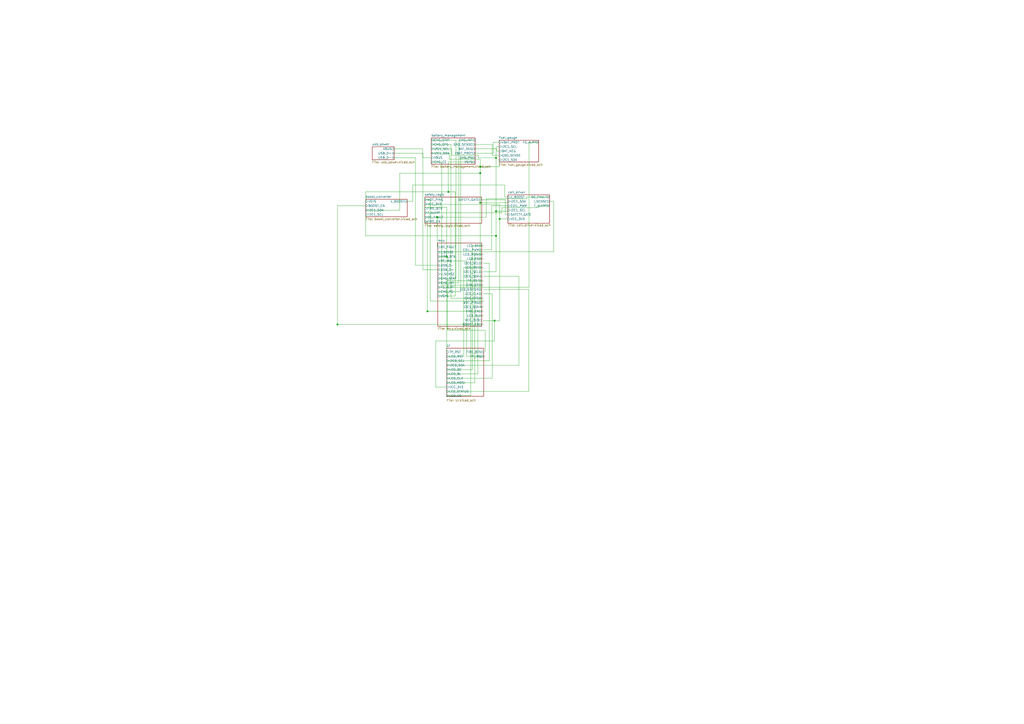
<source format=kicad_sch>
(kicad_sch
	(version 20250114)
	(generator "eeschema")
	(generator_version "9.0")
	(uuid "96bcf3cc-a3b8-4386-8709-07acaf7b6253")
	(paper "A2")
	(lib_symbols)
	(junction
		(at 278.5706 96.7009)
		(diameter 0)
		(color 0 0 0 0)
		(uuid "29061fac-b7a9-4e2f-8553-aa97642f6f54")
	)
	(junction
		(at 195.7902 188.214)
		(diameter 0)
		(color 0 0 0 0)
		(uuid "3110d26e-3064-4abb-8a1a-4b7fe86530aa")
	)
	(junction
		(at 278.5706 100.4379)
		(diameter 0)
		(color 0 0 0 0)
		(uuid "3141255b-8f91-4c60-9aa9-9865dc33485d")
	)
	(junction
		(at 247.9428 180.594)
		(diameter 0)
		(color 0 0 0 0)
		(uuid "50c6bc16-58aa-4ca6-915e-d73c0be08dc4")
	)
	(junction
		(at 278.5706 117.5941)
		(diameter 0)
		(color 0 0 0 0)
		(uuid "533b2d0a-af22-4ca0-a34c-1453396ed6f2")
	)
	(junction
		(at 287.7432 122.5202)
		(diameter 0)
		(color 0 0 0 0)
		(uuid "53508cda-d934-4dfa-8bf4-dc703fad0a29")
	)
	(junction
		(at 289.8413 127)
		(diameter 0)
		(color 0 0 0 0)
		(uuid "53df1068-314f-43d3-9808-7d893cfc9668")
	)
	(junction
		(at 287.7432 136.7888)
		(diameter 0)
		(color 0 0 0 0)
		(uuid "53eda414-667f-4b86-a849-5b5437bb0a56")
	)
	(junction
		(at 286.8602 185.9885)
		(diameter 0)
		(color 0 0 0 0)
		(uuid "6562a646-a7a2-47ec-97a5-f5e24451d661")
	)
	(junction
		(at 259.1487 148.844)
		(diameter 0)
		(color 0 0 0 0)
		(uuid "6a3bf529-a81e-4180-8f07-44c94dce482e")
	)
	(junction
		(at 260.0728 111.3171)
		(diameter 0)
		(color 0 0 0 0)
		(uuid "8d8dea01-262d-4282-9201-9a60b5582200")
	)
	(junction
		(at 287.7432 91.6049)
		(diameter 0)
		(color 0 0 0 0)
		(uuid "e85e2cb9-d443-49db-a43b-003dc4c1e676")
	)
	(junction
		(at 253.7191 125.984)
		(diameter 0)
		(color 0 0 0 0)
		(uuid "fd9269cc-da39-42d6-871a-e466cb67ecbc")
	)
	(wire
		(pts
			(xy 277.3815 91.6049) (xy 277.3815 90.0762)
		)
		(stroke
			(width 0)
			(type default)
		)
		(uuid "041dca0e-d6c6-4d79-bc1a-63e910c8e008")
	)
	(wire
		(pts
			(xy 280.416 167.894) (xy 306.7787 167.894)
		)
		(stroke
			(width 0)
			(type default)
		)
		(uuid "043c4571-c3bf-4136-a9f0-0a1cde4e7e8f")
	)
	(wire
		(pts
			(xy 281.432 204.216) (xy 281.432 191.5669)
		)
		(stroke
			(width 0)
			(type default)
		)
		(uuid "07a0c0aa-f8c3-4728-9eb7-88bd5d784d20")
	)
	(wire
		(pts
			(xy 259.08 221.996) (xy 275.4429 221.996)
		)
		(stroke
			(width 0)
			(type default)
		)
		(uuid "09124f78-d762-47fe-8705-b63d7724c57b")
	)
	(wire
		(pts
			(xy 212.09 121.92) (xy 231.858 121.92)
		)
		(stroke
			(width 0)
			(type default)
		)
		(uuid "094a38a8-bbb2-4bd1-af45-8fa57bce8b39")
	)
	(wire
		(pts
			(xy 287.7432 122.5202) (xy 287.7432 91.6049)
		)
		(stroke
			(width 0)
			(type default)
		)
		(uuid "09cc1ab5-74f3-416e-ae36-b9016e5905d5")
	)
	(wire
		(pts
			(xy 280.416 144.8949) (xy 280.416 145.034)
		)
		(stroke
			(width 0)
			(type default)
		)
		(uuid "0a1a5913-d3b8-4b5c-9bf1-2e8b86336a83")
	)
	(wire
		(pts
			(xy 247.9428 180.594) (xy 247.9428 180.7076)
		)
		(stroke
			(width 0)
			(type default)
		)
		(uuid "0a7fcac7-db00-455b-8375-078385db8284")
	)
	(wire
		(pts
			(xy 275.082 86.36) (xy 288.1949 86.36)
		)
		(stroke
			(width 0)
			(type default)
		)
		(uuid "0af3488f-dac2-4e95-9ba0-2121c490e9b8")
	)
	(wire
		(pts
			(xy 301.0459 211.836) (xy 259.08 211.836)
		)
		(stroke
			(width 0)
			(type default)
		)
		(uuid "0bc246d0-ca73-43b1-a85f-9653c3b196a0")
	)
	(wire
		(pts
			(xy 212.09 111.3171) (xy 212.09 116.84)
		)
		(stroke
			(width 0)
			(type default)
		)
		(uuid "0c202544-b834-46ff-9d23-160e0a9ca7f8")
	)
	(wire
		(pts
			(xy 256.2789 165.354) (xy 256.2789 93.98)
		)
		(stroke
			(width 0)
			(type default)
		)
		(uuid "10a8a5a4-060a-40ee-981b-e90246d90fbc")
	)
	(wire
		(pts
			(xy 260.565 88.9) (xy 250.19 88.9)
		)
		(stroke
			(width 0)
			(type default)
		)
		(uuid "10abd0ae-16e3-4521-8a33-8e6b6b3ae0bf")
	)
	(wire
		(pts
			(xy 285.1418 119.38) (xy 294.64 119.38)
		)
		(stroke
			(width 0)
			(type default)
		)
		(uuid "1361d71c-62b3-4a84-a660-b81a359bd8d9")
	)
	(wire
		(pts
			(xy 287.7432 91.6049) (xy 277.3815 91.6049)
		)
		(stroke
			(width 0)
			(type default)
		)
		(uuid "1b5d64f2-28f4-4031-bb1f-df443cd4e87c")
	)
	(wire
		(pts
			(xy 280.416 155.194) (xy 268.9516 155.194)
		)
		(stroke
			(width 0)
			(type default)
		)
		(uuid "1bedda4d-c671-435f-a5f1-dfa94f2cbb5d")
	)
	(wire
		(pts
			(xy 305.4741 114.3) (xy 305.4741 115.3206)
		)
		(stroke
			(width 0)
			(type default)
		)
		(uuid "1c89bfe5-4c47-4b66-9595-80d1d165f1ff")
	)
	(wire
		(pts
			(xy 294.64 117.5941) (xy 294.64 116.84)
		)
		(stroke
			(width 0)
			(type default)
		)
		(uuid "1d39e2b5-84d2-470b-ac45-4cf4e0d2802c")
	)
	(wire
		(pts
			(xy 280.416 180.594) (xy 247.9428 180.594)
		)
		(stroke
			(width 0)
			(type default)
		)
		(uuid "1f0bcc9b-314d-4cc3-8fac-7e805e585ab8")
	)
	(wire
		(pts
			(xy 321.1855 146.0502) (xy 254 146.0502)
		)
		(stroke
			(width 0)
			(type default)
		)
		(uuid "21c5feb1-17fb-425a-a48a-0e3622fc9fc8")
	)
	(wire
		(pts
			(xy 280.416 172.974) (xy 261.5947 172.974)
		)
		(stroke
			(width 0)
			(type default)
		)
		(uuid "24338430-31e5-4e48-9c8d-011c2846be07")
	)
	(wire
		(pts
			(xy 305.4741 115.3206) (xy 282.1381 115.3206)
		)
		(stroke
			(width 0)
			(type default)
		)
		(uuid "24aba399-5149-4de9-845c-8e1a92b17d42")
	)
	(wire
		(pts
			(xy 289.8413 127) (xy 289.8413 185.9885)
		)
		(stroke
			(width 0)
			(type default)
		)
		(uuid "25fe3eec-38d4-4b00-baa9-f41c1614db8c")
	)
	(wire
		(pts
			(xy 266.2245 164.084) (xy 254 164.084)
		)
		(stroke
			(width 0)
			(type default)
		)
		(uuid "26fc1498-a424-4eba-93ed-9d7c1a954e42")
	)
	(wire
		(pts
			(xy 261.5947 172.974) (xy 261.5947 83.82)
		)
		(stroke
			(width 0)
			(type default)
		)
		(uuid "2807af5d-8b44-4e77-bd74-0afa5dd4db05")
	)
	(wire
		(pts
			(xy 259.08 209.296) (xy 283.793 209.296)
		)
		(stroke
			(width 0)
			(type default)
		)
		(uuid "2817c462-c5f8-4337-90f2-2099beaaebbb")
	)
	(wire
		(pts
			(xy 278.5706 92.4543) (xy 260.565 92.4543)
		)
		(stroke
			(width 0)
			(type default)
		)
		(uuid "284259ae-f024-4dd3-9e50-aa4ccabab114")
	)
	(wire
		(pts
			(xy 259.08 229.616) (xy 273.1434 229.616)
		)
		(stroke
			(width 0)
			(type default)
		)
		(uuid "2dee3a59-db0d-4d1a-88e7-a1d735efe74c")
	)
	(wire
		(pts
			(xy 291.1491 123.444) (xy 246.38 123.444)
		)
		(stroke
			(width 0)
			(type default)
		)
		(uuid "2fd4982b-1761-4216-ab27-0d383d954f5f")
	)
	(wire
		(pts
			(xy 259.1487 148.844) (xy 259.1487 120.1726)
		)
		(stroke
			(width 0)
			(type default)
		)
		(uuid "30e86935-f708-4651-ace2-a7fbf355f546")
	)
	(wire
		(pts
			(xy 259.1487 120.1726) (xy 246.38 120.1726)
		)
		(stroke
			(width 0)
			(type default)
		)
		(uuid "34b9d4e1-d789-4d42-b74c-66bda271e502")
	)
	(wire
		(pts
			(xy 292.7357 114.3) (xy 294.64 114.3)
		)
		(stroke
			(width 0)
			(type default)
		)
		(uuid "359cd7d2-34e6-4c4a-9de2-90a313d6c8b1")
	)
	(wire
		(pts
			(xy 280.416 170.4055) (xy 280.416 170.434)
		)
		(stroke
			(width 0)
			(type default)
		)
		(uuid "35d44799-adb4-4db2-9c2a-b8e9cf6165a1")
	)
	(wire
		(pts
			(xy 264.1466 111.3171) (xy 264.1466 171.704)
		)
		(stroke
			(width 0)
			(type default)
		)
		(uuid "3a2b007f-7e26-486d-bba0-356a4a220ea1")
	)
	(wire
		(pts
			(xy 285.5667 90.17) (xy 289.56 90.17)
		)
		(stroke
			(width 0)
			(type default)
		)
		(uuid "3bec47e8-0326-4cc4-bccf-6a901837b644")
	)
	(wire
		(pts
			(xy 288.1949 87.63) (xy 289.56 87.63)
		)
		(stroke
			(width 0)
			(type default)
		)
		(uuid "3d81cae5-464e-403f-86fb-040f49978afd")
	)
	(wire
		(pts
			(xy 285.6164 170.4055) (xy 280.416 170.4055)
		)
		(stroke
			(width 0)
			(type default)
		)
		(uuid "3fb29cac-3f0b-4f5d-a9c3-7424e1a8d0f0")
	)
	(wire
		(pts
			(xy 287.7432 157.682) (xy 280.416 157.682)
		)
		(stroke
			(width 0)
			(type default)
		)
		(uuid "40a6a703-29ec-48c2-b3b8-c989ee5ec2b3")
	)
	(wire
		(pts
			(xy 239.4646 116.84) (xy 239.4646 107.3119)
		)
		(stroke
			(width 0)
			(type default)
		)
		(uuid "41d6d6c2-3bf1-4417-a1c4-1ab9ea4abcbf")
	)
	(wire
		(pts
			(xy 228.6 91.44) (xy 241.0182 91.44)
		)
		(stroke
			(width 0)
			(type default)
		)
		(uuid "42275307-1310-4a43-8b85-750860fb2b6b")
	)
	(wire
		(pts
			(xy 289.8413 118.6321) (xy 246.38 118.6321)
		)
		(stroke
			(width 0)
			(type default)
		)
		(uuid "42451963-f3e9-4b10-bece-c5c63e21e061")
	)
	(wire
		(pts
			(xy 280.416 185.674) (xy 280.416 185.9885)
		)
		(stroke
			(width 0)
			(type default)
		)
		(uuid "44c796eb-b770-4b51-aec3-27cdc7db3b46")
	)
	(wire
		(pts
			(xy 260.0728 111.3171) (xy 264.1466 111.3171)
		)
		(stroke
			(width 0)
			(type default)
		)
		(uuid "46fdb592-55e3-45ac-b7e4-49720f0b6c89")
	)
	(wire
		(pts
			(xy 195.7902 188.214) (xy 195.7902 188.5895)
		)
		(stroke
			(width 0)
			(type default)
		)
		(uuid "4a350083-ecb4-4c0c-9262-6675b85221bc")
	)
	(wire
		(pts
			(xy 212.09 136.7888) (xy 212.09 124.46)
		)
		(stroke
			(width 0)
			(type default)
		)
		(uuid "4a789b14-b99e-4f25-829b-c6e41cc9dca8")
	)
	(wire
		(pts
			(xy 264.5097 161.544) (xy 254 161.544)
		)
		(stroke
			(width 0)
			(type default)
		)
		(uuid "4ab9ab4f-3b67-402f-9439-b9076544e437")
	)
	(wire
		(pts
			(xy 280.416 152.654) (xy 283.793 152.654)
		)
		(stroke
			(width 0)
			(type default)
		)
		(uuid "4b4ba76a-022f-44b5-a4b9-884650ba480a")
	)
	(wire
		(pts
			(xy 287.7432 157.682) (xy 287.7432 136.7888)
		)
		(stroke
			(width 0)
			(type default)
		)
		(uuid "4e18f6d1-884f-435e-be61-8340450dc9c7")
	)
	(wire
		(pts
			(xy 280.416 185.9885) (xy 286.8602 185.9885)
		)
		(stroke
			(width 0)
			(type default)
		)
		(uuid "4e438904-fee0-49a5-ad68-a1643244fa56")
	)
	(wire
		(pts
			(xy 267.2533 169.164) (xy 254 169.164)
		)
		(stroke
			(width 0)
			(type default)
		)
		(uuid "4eecd475-57bd-4ca3-8585-be3794c9b989")
	)
	(wire
		(pts
			(xy 275.4429 147.574) (xy 280.416 147.574)
		)
		(stroke
			(width 0)
			(type default)
		)
		(uuid "4f801417-57ea-4891-94eb-5b7781157d02")
	)
	(wire
		(pts
			(xy 287.7432 91.6049) (xy 287.7432 85.09)
		)
		(stroke
			(width 0)
			(type default)
		)
		(uuid "522655b0-63a3-41e8-8dcc-48b7e7f3e1a7")
	)
	(wire
		(pts
			(xy 262.0938 90.0762) (xy 262.0938 86.36)
		)
		(stroke
			(width 0)
			(type default)
		)
		(uuid "53837371-81f9-4105-9d40-c6cd53fec7cf")
	)
	(wire
		(pts
			(xy 287.7432 136.7888) (xy 212.09 136.7888)
		)
		(stroke
			(width 0)
			(type default)
		)
		(uuid "539f4812-94e0-4f21-bac9-5cd20dbaa77c")
	)
	(wire
		(pts
			(xy 249.5107 174.6313) (xy 249.5107 115.824)
		)
		(stroke
			(width 0)
			(type default)
		)
		(uuid "53bf9e53-a8e2-4d33-b106-6b296b25bd00")
	)
	(wire
		(pts
			(xy 287.7432 122.5202) (xy 294.64 122.5202)
		)
		(stroke
			(width 0)
			(type default)
		)
		(uuid "546a4792-a3f9-4cc4-833f-8d835670b6e5")
	)
	(wire
		(pts
			(xy 280.416 162.814) (xy 259.08 162.814)
		)
		(stroke
			(width 0)
			(type default)
		)
		(uuid "546afabc-e708-4b00-8a21-cb6fa2709143")
	)
	(wire
		(pts
			(xy 289.8413 118.6321) (xy 289.8413 127)
		)
		(stroke
			(width 0)
			(type default)
		)
		(uuid "54cd9dcb-e3a5-4b1a-adb3-5585ae6aa738")
	)
	(wire
		(pts
			(xy 287.7432 136.7888) (xy 287.7432 122.5202)
		)
		(stroke
			(width 0)
			(type default)
		)
		(uuid "564cd7b9-32f5-4928-b6d9-223bdd2b77f1")
	)
	(wire
		(pts
			(xy 301.0459 160.3208) (xy 280.416 160.3208)
		)
		(stroke
			(width 0)
			(type default)
		)
		(uuid "56976193-cef6-4f19-91bd-cb8875310ffc")
	)
	(wire
		(pts
			(xy 250.19 81.28) (xy 264.5097 81.28)
		)
		(stroke
			(width 0)
			(type default)
		)
		(uuid "5c1ccf86-007a-4d2e-8871-cbea7b764e48")
	)
	(wire
		(pts
			(xy 212.09 111.3171) (xy 260.0728 111.3171)
		)
		(stroke
			(width 0)
			(type default)
		)
		(uuid "5c32f918-2f0f-4152-970d-01e2fd029aa3")
	)
	(wire
		(pts
			(xy 280.416 165.354) (xy 256.2789 165.354)
		)
		(stroke
			(width 0)
			(type default)
		)
		(uuid "5d2ec37e-cd79-417c-a5f8-c811d488c0b6")
	)
	(wire
		(pts
			(xy 275.082 83.82) (xy 285.5667 83.82)
		)
		(stroke
			(width 0)
			(type default)
		)
		(uuid "61935c37-f2dc-4121-885e-e321e1b13ad9")
	)
	(wire
		(pts
			(xy 278.5706 117.5941) (xy 294.64 117.5941)
		)
		(stroke
			(width 0)
			(type default)
		)
		(uuid "619b8773-f925-4537-9d60-8891faa82a98")
	)
	(wire
		(pts
			(xy 280.416 157.682) (xy 280.416 157.734)
		)
		(stroke
			(width 0)
			(type default)
		)
		(uuid "61e97c25-2f23-47ac-b22d-1597a0d028de")
	)
	(wire
		(pts
			(xy 246.38 118.6321) (xy 246.38 118.364)
		)
		(stroke
			(width 0)
			(type default)
		)
		(uuid "62efe9dd-1f37-4ccd-821b-112fa54ca181")
	)
	(wire
		(pts
			(xy 286.8602 185.9885) (xy 286.8602 197.7944)
		)
		(stroke
			(width 0)
			(type default)
		)
		(uuid "64494658-e769-4adc-801a-b5a3bb0ca0c6")
	)
	(wire
		(pts
			(xy 277.2365 183.134) (xy 277.2365 216.916)
		)
		(stroke
			(width 0)
			(type default)
		)
		(uuid "6469908d-8792-4e5a-902b-ec2af4315a3e")
	)
	(wire
		(pts
			(xy 321.1855 116.84) (xy 321.1855 146.0502)
		)
		(stroke
			(width 0)
			(type default)
		)
		(uuid "64852521-153e-42eb-948b-bf8aac3d7b35")
	)
	(wire
		(pts
			(xy 277.3815 90.0762) (xy 262.0938 90.0762)
		)
		(stroke
			(width 0)
			(type default)
		)
		(uuid "65a380de-3b55-4663-98de-15eeccfd9639")
	)
	(wire
		(pts
			(xy 253.7191 143.256) (xy 254 143.256)
		)
		(stroke
			(width 0)
			(type default)
		)
		(uuid "691d4ba4-c938-4e04-833d-e4851d698c73")
	)
	(wire
		(pts
			(xy 281.432 191.5669) (xy 259.6108 191.5669)
		)
		(stroke
			(width 0)
			(type default)
		)
		(uuid "69559b56-541b-4b65-b318-046f0340d3f8")
	)
	(wire
		(pts
			(xy 259.08 214.376) (xy 274.0057 214.376)
		)
		(stroke
			(width 0)
			(type default)
		)
		(uuid "6a09db02-fbb9-4d8c-921b-b44463d79da9")
	)
	(wire
		(pts
			(xy 282.1381 115.3206) (xy 282.1381 125.984)
		)
		(stroke
			(width 0)
			(type default)
		)
		(uuid "6cc8a5b9-3353-452a-9a56-0f3c0d3cfbda")
	)
	(wire
		(pts
			(xy 262.0938 86.36) (xy 250.19 86.36)
		)
		(stroke
			(width 0)
			(type default)
		)
		(uuid "6fe9d149-e13b-4d35-9968-5abdf7149a92")
	)
	(wire
		(pts
			(xy 275.4429 221.996) (xy 275.4429 147.574)
		)
		(stroke
			(width 0)
			(type default)
		)
		(uuid "7207265d-1a13-446d-935e-1330c3fa4f4d")
	)
	(wire
		(pts
			(xy 286.8602 185.9885) (xy 289.8413 185.9885)
		)
		(stroke
			(width 0)
			(type default)
		)
		(uuid "722c940d-5c53-4c5c-9ced-ae1df99e8b27")
	)
	(wire
		(pts
			(xy 236.22 116.84) (xy 239.4646 116.84)
		)
		(stroke
			(width 0)
			(type default)
		)
		(uuid "7669cbb5-bc4f-4da5-8cc4-38513b189ea0")
	)
	(wire
		(pts
			(xy 282.1381 125.984) (xy 253.7191 125.984)
		)
		(stroke
			(width 0)
			(type default)
		)
		(uuid "80119b94-e3da-4453-9c53-c475cf859a02")
	)
	(wire
		(pts
			(xy 318.516 114.3) (xy 305.4741 114.3)
		)
		(stroke
			(width 0)
			(type default)
		)
		(uuid "80d705ac-d831-47f9-95c2-3910f6fc2e47")
	)
	(wire
		(pts
			(xy 280.416 178.054) (xy 278.5706 178.054)
		)
		(stroke
			(width 0)
			(type default)
		)
		(uuid "81b8e855-2caf-49d3-be70-4980db20e3dd")
	)
	(wire
		(pts
			(xy 289.56 96.7009) (xy 289.56 92.71)
		)
		(stroke
			(width 0)
			(type default)
		)
		(uuid "83b65c03-a104-4447-8d91-e89d1923eb69")
	)
	(wire
		(pts
			(xy 312.166 82.55) (xy 306.8642 82.55)
		)
		(stroke
			(width 0)
			(type default)
		)
		(uuid "844f1a44-76d4-4ce1-965a-6b16ca52fb1a")
	)
	(wire
		(pts
			(xy 195.7902 119.38) (xy 195.7902 188.214)
		)
		(stroke
			(width 0)
			(type default)
		)
		(uuid "859ae5bd-ae65-456d-a0c4-c55e83cccd7d")
	)
	(wire
		(pts
			(xy 280.416 160.274) (xy 280.416 160.3208)
		)
		(stroke
			(width 0)
			(type default)
		)
		(uuid "895369db-1fa0-456a-8ba9-64a252c51988")
	)
	(wire
		(pts
			(xy 245.11 86.36) (xy 245.11 91.44)
		)
		(stroke
			(width 0)
			(type default)
		)
		(uuid "897f3922-8a69-459a-b3dc-287964080d0c")
	)
	(wire
		(pts
			(xy 306.7787 167.894) (xy 306.7787 227.076)
		)
		(stroke
			(width 0)
			(type default)
		)
		(uuid "8a5bfb49-bab4-40ea-8de9-bfe6d7fca881")
	)
	(wire
		(pts
			(xy 259.1487 148.844) (xy 254 148.844)
		)
		(stroke
			(width 0)
			(type default)
		)
		(uuid "8e1c1fc7-d1ab-4a09-8f51-52bbc205fff2")
	)
	(wire
		(pts
			(xy 241.0182 91.44) (xy 241.0182 153.924)
		)
		(stroke
			(width 0)
			(type default)
		)
		(uuid "8e72dae6-079f-47fc-a97b-7bbffbd3267e")
	)
	(wire
		(pts
			(xy 228.6 88.9) (xy 245.3547 88.9)
		)
		(stroke
			(width 0)
			(type default)
		)
		(uuid "925a6ed8-f1bb-43e7-b024-c94fe4b7cd29")
	)
	(wire
		(pts
			(xy 280.416 183.134) (xy 277.2365 183.134)
		)
		(stroke
			(width 0)
			(type default)
		)
		(uuid "940592a2-4564-4922-9770-6456b3879dea")
	)
	(wire
		(pts
			(xy 273.1434 229.616) (xy 273.1434 150.114)
		)
		(stroke
			(width 0)
			(type default)
		)
		(uuid "9906f78f-ead5-4740-a5cb-02a50555b32f")
	)
	(wire
		(pts
			(xy 275.082 81.28) (xy 266.2245 81.28)
		)
		(stroke
			(width 0)
			(type default)
		)
		(uuid "99cc4c74-a25f-48e4-9339-028eb34c1e1a")
	)
	(wire
		(pts
			(xy 292.7357 107.3119) (xy 292.7357 114.3)
		)
		(stroke
			(width 0)
			(type default)
		)
		(uuid "9cb35fd9-cf2c-420a-9be1-9ff63f7f348a")
	)
	(wire
		(pts
			(xy 267.2533 91.44) (xy 267.2533 169.164)
		)
		(stroke
			(width 0)
			(type default)
		)
		(uuid "9d65a911-2e2d-4ca5-a3fa-7f8c749ad322")
	)
	(wire
		(pts
			(xy 245.11 91.44) (xy 250.19 91.44)
		)
		(stroke
			(width 0)
			(type default)
		)
		(uuid "9db9b166-df29-40f9-82d2-9b9c6f149e96")
	)
	(wire
		(pts
			(xy 264.5097 81.28) (xy 264.5097 161.544)
		)
		(stroke
			(width 0)
			(type default)
		)
		(uuid "9dc1d736-fc23-4dc8-9b84-765cfbdaf13e")
	)
	(wire
		(pts
			(xy 261.5947 83.82) (xy 250.19 83.82)
		)
		(stroke
			(width 0)
			(type default)
		)
		(uuid "9fc2afe4-613b-4351-810e-ca42c909035b")
	)
	(wire
		(pts
			(xy 252.7824 224.536) (xy 259.08 224.536)
		)
		(stroke
			(width 0)
			(type default)
		)
		(uuid "a072b4a4-cb12-457f-be52-11ddda01ed02")
	)
	(wire
		(pts
			(xy 285.6164 170.4055) (xy 285.6164 219.456)
		)
		(stroke
			(width 0)
			(type default)
		)
		(uuid "a48a00c7-e8c5-4015-8a02-5367d73ffb5e")
	)
	(wire
		(pts
			(xy 241.0182 153.924) (xy 254 153.924)
		)
		(stroke
			(width 0)
			(type default)
		)
		(uuid "a4d4d3ca-926d-4314-a27a-0edb80a4e716")
	)
	(wire
		(pts
			(xy 249.5107 115.824) (xy 246.38 115.824)
		)
		(stroke
			(width 0)
			(type default)
		)
		(uuid "a60e569a-5ce1-45c7-8330-f09763473659")
	)
	(wire
		(pts
			(xy 264.1466 171.704) (xy 254 171.704)
		)
		(stroke
			(width 0)
			(type default)
		)
		(uuid "a64f28d0-7286-49bf-b2ae-435aed58f604")
	)
	(wire
		(pts
			(xy 254 146.0502) (xy 254 146.304)
		)
		(stroke
			(width 0)
			(type default)
		)
		(uuid "a85269fb-7480-4762-ac15-fa9375ec8e03")
	)
	(wire
		(pts
			(xy 279.4 115.824) (xy 293.113 115.824)
		)
		(stroke
			(width 0)
			(type default)
		)
		(uuid "aa85d3fe-31da-4546-9f46-ecd1c3eafde1")
	)
	(wire
		(pts
			(xy 293.113 124.46) (xy 294.64 124.46)
		)
		(stroke
			(width 0)
			(type default)
		)
		(uuid "ac4131ce-aa21-471b-8f1e-68e1ea97d1fd")
	)
	(wire
		(pts
			(xy 259.6108 191.5669) (xy 259.6108 148.844)
		)
		(stroke
			(width 0)
			(type default)
		)
		(uuid "ad7f7a33-3417-4a51-b54a-0a844c1936a7")
	)
	(wire
		(pts
			(xy 259.6108 148.844) (xy 259.1487 148.844)
		)
		(stroke
			(width 0)
			(type default)
		)
		(uuid "ae7eb53d-c2d7-41e4-9d51-5395c496e12e")
	)
	(wire
		(pts
			(xy 278.5706 100.4379) (xy 278.5706 96.7009)
		)
		(stroke
			(width 0)
			(type default)
		)
		(uuid "ae9d8377-2ee2-489e-b81c-eb5a7c42b340")
	)
	(wire
		(pts
			(xy 286.8602 197.7944) (xy 252.7824 197.7944)
		)
		(stroke
			(width 0)
			(type default)
		)
		(uuid "aeb1917c-b115-4685-9a57-078726a1a0ad")
	)
	(wire
		(pts
			(xy 278.5706 117.5941) (xy 278.5706 100.4379)
		)
		(stroke
			(width 0)
			(type default)
		)
		(uuid "b11de7d6-3eea-4e28-9faa-5e4dcfd11d8d")
	)
	(wire
		(pts
			(xy 301.0459 160.3208) (xy 301.0459 211.836)
		)
		(stroke
			(width 0)
			(type default)
		)
		(uuid "b1206021-3318-47c8-8ba3-361881fb053e")
	)
	(wire
		(pts
			(xy 285.5667 83.82) (xy 285.5667 90.17)
		)
		(stroke
			(width 0)
			(type default)
		)
		(uuid "b1805319-c10c-4a71-91d2-381af949ee42")
	)
	(wire
		(pts
			(xy 285.1418 144.8949) (xy 280.416 144.8949)
		)
		(stroke
			(width 0)
			(type default)
		)
		(uuid "b1d89974-a260-4756-99f4-899ab655d12d")
	)
	(wire
		(pts
			(xy 274.0057 142.494) (xy 280.416 142.494)
		)
		(stroke
			(width 0)
			(type default)
		)
		(uuid "b338af00-91a4-4f95-8dd8-790e7247efab")
	)
	(wire
		(pts
			(xy 253.7191 125.984) (xy 253.7191 143.256)
		)
		(stroke
			(width 0)
			(type default)
		)
		(uuid "b7953756-d1e4-46c9-ba74-cef21df57138")
	)
	(wire
		(pts
			(xy 318.516 119.38) (xy 312.5212 119.38)
		)
		(stroke
			(width 0)
			(type default)
		)
		(uuid "b874cf34-0e82-43c1-b4d2-baaa03bbbd0b")
	)
	(wire
		(pts
			(xy 286.0923 82.55) (xy 289.56 82.55)
		)
		(stroke
			(width 0)
			(type default)
		)
		(uuid "b8e605ad-6172-4d28-9a4a-30f125a68f7e")
	)
	(wire
		(pts
			(xy 318.516 116.84) (xy 321.1855 116.84)
		)
		(stroke
			(width 0)
			(type default)
		)
		(uuid "ba7d0374-b2d7-4e1e-b9ee-d18d474947ac")
	)
	(wire
		(pts
			(xy 280.416 175.514) (xy 280.416 174.6313)
		)
		(stroke
			(width 0)
			(type default)
		)
		(uuid "bc2d6ff9-7197-4107-91a0-f0c2ab35c480")
	)
	(wire
		(pts
			(xy 228.6 86.36) (xy 245.11 86.36)
		)
		(stroke
			(width 0)
			(type default)
		)
		(uuid "bc70d6ca-b791-4018-82c5-a10d42f2790d")
	)
	(wire
		(pts
			(xy 247.9428 128.524) (xy 246.38 128.524)
		)
		(stroke
			(width 0)
			(type default)
		)
		(uuid "bc73fbf4-f513-44f0-a99a-2e73e22f135c")
	)
	(wire
		(pts
			(xy 294.64 122.5202) (xy 294.64 121.92)
		)
		(stroke
			(width 0)
			(type default)
		)
		(uuid "bdcf9934-9658-45e5-abd7-a7cb0ee80266")
	)
	(wire
		(pts
			(xy 280.416 174.6313) (xy 249.5107 174.6313)
		)
		(stroke
			(width 0)
			(type default)
		)
		(uuid "be2f0da1-be05-4c24-8a56-b612cdd3b66f")
	)
	(wire
		(pts
			(xy 294.64 127) (xy 289.8413 127)
		)
		(stroke
			(width 0)
			(type default)
		)
		(uuid "be8fb449-a8f6-4fa4-9e54-9894357e7600")
	)
	(wire
		(pts
			(xy 231.858 121.92) (xy 231.858 100.4379)
		)
		(stroke
			(width 0)
			(type default)
		)
		(uuid "bf15dcba-bdc8-4767-9903-1a1e188809ef")
	)
	(wire
		(pts
			(xy 268.9516 206.756) (xy 259.08 206.756)
		)
		(stroke
			(width 0)
			(type default)
		)
		(uuid "c06b4510-756f-409c-98aa-74bc25b27035")
	)
	(wire
		(pts
			(xy 245.3547 156.464) (xy 254 156.464)
		)
		(stroke
			(width 0)
			(type default)
		)
		(uuid "c19f02f9-ded5-4538-ace9-4a444c0fb38f")
	)
	(wire
		(pts
			(xy 277.2365 216.916) (xy 259.08 216.916)
		)
		(stroke
			(width 0)
			(type default)
		)
		(uuid "c3b152f8-9e0d-4bc7-a32b-e42a4694b2f1")
	)
	(wire
		(pts
			(xy 312.5212 120.4037) (xy 291.1491 120.4037)
		)
		(stroke
			(width 0)
			(type default)
		)
		(uuid "c68540fa-87e8-415d-8634-2fbf39764af8")
	)
	(wire
		(pts
			(xy 252.7824 197.7944) (xy 252.7824 224.536)
		)
		(stroke
			(width 0)
			(type default)
		)
		(uuid "c8f88b41-676f-4d21-8b19-c5e9e9f6e423")
	)
	(wire
		(pts
			(xy 306.8642 166.624) (xy 254 166.624)
		)
		(stroke
			(width 0)
			(type default)
		)
		(uuid "c9dfea71-48e8-4f8f-9604-571b8a3a41cc")
	)
	(wire
		(pts
			(xy 260.0728 93.98) (xy 260.0728 111.3171)
		)
		(stroke
			(width 0)
			(type default)
		)
		(uuid "cbaf7385-b38e-4ffc-84cc-1a0ccb4e7159")
	)
	(wire
		(pts
			(xy 275.082 91.44) (xy 267.2533 91.44)
		)
		(stroke
			(width 0)
			(type default)
		)
		(uuid "cdd064c0-23e6-4806-b25f-a127086f8df6")
	)
	(wire
		(pts
			(xy 254 151.384) (xy 270.6479 151.384)
		)
		(stroke
			(width 0)
			(type default)
		)
		(uuid "d2431960-5591-4724-bb81-595fc9afd1c5")
	)
	(wire
		(pts
			(xy 253.7191 125.984) (xy 246.38 125.984)
		)
		(stroke
			(width 0)
			(type default)
		)
		(uuid "d60d596d-955b-4f77-a53a-5a91dd06831f")
	)
	(wire
		(pts
			(xy 312.5212 119.38) (xy 312.5212 120.4037)
		)
		(stroke
			(width 0)
			(type default)
		)
		(uuid "d703dc00-423b-41e5-b8db-12f40b065786")
	)
	(wire
		(pts
			(xy 231.858 100.4379) (xy 278.5706 100.4379)
		)
		(stroke
			(width 0)
			(type default)
		)
		(uuid "d734d502-b532-4921-890d-444c18724455")
	)
	(wire
		(pts
			(xy 291.1491 120.4037) (xy 291.1491 123.444)
		)
		(stroke
			(width 0)
			(type default)
		)
		(uuid "d7c923b1-214f-4c69-b62e-5b03c0c8c9cd")
	)
	(wire
		(pts
			(xy 256.2789 93.98) (xy 250.19 93.98)
		)
		(stroke
			(width 0)
			(type default)
		)
		(uuid "da2776b5-ba60-49c4-96c5-0e00f6454f27")
	)
	(wire
		(pts
			(xy 259.08 162.814) (xy 259.08 204.216)
		)
		(stroke
			(width 0)
			(type default)
		)
		(uuid "db2d096c-14cc-4bba-8e7b-757ec593aba1")
	)
	(wire
		(pts
			(xy 260.565 92.4543) (xy 260.565 88.9)
		)
		(stroke
			(width 0)
			(type default)
		)
		(uuid "dc8980a0-a4ae-48e3-bf5f-e78b6a52580c")
	)
	(wire
		(pts
			(xy 287.7432 85.09) (xy 289.56 85.09)
		)
		(stroke
			(width 0)
			(type default)
		)
		(uuid "df4ed15c-b365-47d1-a424-cd4572df86e8")
	)
	(wire
		(pts
			(xy 283.793 209.296) (xy 283.793 152.654)
		)
		(stroke
			(width 0)
			(type default)
		)
		(uuid "e06481d9-f15d-4f84-a289-0e1bafd555c2")
	)
	(wire
		(pts
			(xy 286.0923 88.9) (xy 286.0923 82.55)
		)
		(stroke
			(width 0)
			(type default)
		)
		(uuid "e205aa37-f5b6-45d6-94d1-8d54a340a2d9")
	)
	(wire
		(pts
			(xy 245.3547 88.9) (xy 245.3547 156.464)
		)
		(stroke
			(width 0)
			(type default)
		)
		(uuid "e43e4255-2450-4c7a-b908-571a50a47686")
	)
	(wire
		(pts
			(xy 280.416 188.214) (xy 195.7902 188.214)
		)
		(stroke
			(width 0)
			(type default)
		)
		(uuid "e5f2dac1-a0e6-499e-a7f0-3ddeb9fff1d6")
	)
	(wire
		(pts
			(xy 266.2245 81.28) (xy 266.2245 164.084)
		)
		(stroke
			(width 0)
			(type default)
		)
		(uuid "eae55ed2-ddff-4dd9-86f1-411c3ade1089")
	)
	(wire
		(pts
			(xy 270.6479 206.756) (xy 281.432 206.756)
		)
		(stroke
			(width 0)
			(type default)
		)
		(uuid "ed44b3c2-e9f3-48f8-9096-dddfbbe91814")
	)
	(wire
		(pts
			(xy 273.1434 150.114) (xy 280.416 150.114)
		)
		(stroke
			(width 0)
			(type default)
		)
		(uuid "edcb6310-c3f6-4604-a728-c90ff67f6e0b")
	)
	(wire
		(pts
			(xy 278.5706 96.7009) (xy 289.56 96.7009)
		)
		(stroke
			(width 0)
			(type default)
		)
		(uuid "f0b0b7ae-4860-4e85-8f66-133567a18247")
	)
	(wire
		(pts
			(xy 239.4646 107.3119) (xy 292.7357 107.3119)
		)
		(stroke
			(width 0)
			(type default)
		)
		(uuid "f0cd492e-c634-46f4-84ff-bf5b47b000af")
	)
	(wire
		(pts
			(xy 247.9428 128.524) (xy 247.9428 180.594)
		)
		(stroke
			(width 0)
			(type default)
		)
		(uuid "f13ee8b9-6209-4c5d-b19a-e8a8db25433d")
	)
	(wire
		(pts
			(xy 274.0057 214.376) (xy 274.0057 142.494)
		)
		(stroke
			(width 0)
			(type default)
		)
		(uuid "f1b5a4ea-d228-4da2-a40a-f70c455393e4")
	)
	(wire
		(pts
			(xy 268.9516 155.194) (xy 268.9516 206.756)
		)
		(stroke
			(width 0)
			(type default)
		)
		(uuid "f1fb927d-b429-4d3e-8842-2634c5882a52")
	)
	(wire
		(pts
			(xy 285.6164 219.456) (xy 259.08 219.456)
		)
		(stroke
			(width 0)
			(type default)
		)
		(uuid "f2c6041f-bec9-47fc-8280-7dab9f535183")
	)
	(wire
		(pts
			(xy 278.5706 96.7009) (xy 278.5706 92.4543)
		)
		(stroke
			(width 0)
			(type default)
		)
		(uuid "f60595c4-7bc0-4ee5-84db-f5e42345613f")
	)
	(wire
		(pts
			(xy 278.5706 178.054) (xy 278.5706 117.5941)
		)
		(stroke
			(width 0)
			(type default)
		)
		(uuid "f7993192-edc3-4940-9814-ee087d41c045")
	)
	(wire
		(pts
			(xy 306.7787 227.076) (xy 259.08 227.076)
		)
		(stroke
			(width 0)
			(type default)
		)
		(uuid "f799cf0d-e501-47d7-8c92-477f2cac0ab7")
	)
	(wire
		(pts
			(xy 270.6479 151.384) (xy 270.6479 206.756)
		)
		(stroke
			(width 0)
			(type default)
		)
		(uuid "f844d274-afa2-4efd-a341-bbe417b5d941")
	)
	(wire
		(pts
			(xy 246.38 120.1726) (xy 246.38 120.904)
		)
		(stroke
			(width 0)
			(type default)
		)
		(uuid "f9dbdc6d-f5f5-4607-a300-3245d5463c8d")
	)
	(wire
		(pts
			(xy 293.113 115.824) (xy 293.113 124.46)
		)
		(stroke
			(width 0)
			(type default)
		)
		(uuid "fa4d48e9-7d91-47a7-aca2-87b2f384bad0")
	)
	(wire
		(pts
			(xy 306.8642 82.55) (xy 306.8642 166.624)
		)
		(stroke
			(width 0)
			(type default)
		)
		(uuid "fae70c5c-5d0c-4def-8da6-31f73428a53f")
	)
	(wire
		(pts
			(xy 285.1418 144.8949) (xy 285.1418 119.38)
		)
		(stroke
			(width 0)
			(type default)
		)
		(uuid "fbb5c5d1-faaa-4676-b640-54707e204f21")
	)
	(wire
		(pts
			(xy 195.7902 119.38) (xy 212.09 119.38)
		)
		(stroke
			(width 0)
			(type default)
		)
		(uuid "fc4780d0-2a53-4fb8-8d86-f60dcbc06e9a")
	)
	(wire
		(pts
			(xy 288.1949 86.36) (xy 288.1949 87.63)
		)
		(stroke
			(width 0)
			(type default)
		)
		(uuid "fe900508-36cb-4429-9afe-0048335bb347")
	)
	(wire
		(pts
			(xy 275.082 93.98) (xy 260.0728 93.98)
		)
		(stroke
			(width 0)
			(type default)
		)
		(uuid "feeebd0c-0e9a-4ca9-81d6-d9e763867f6f")
	)
	(wire
		(pts
			(xy 275.082 88.9) (xy 286.0923 88.9)
		)
		(stroke
			(width 0)
			(type default)
		)
		(uuid "ff1e67b7-36cb-4fa4-887e-dff5c773d157")
	)
	(sheet
		(at 254 140.97)
		(size 25.4 48.26)
		(exclude_from_sim no)
		(in_bom yes)
		(on_board yes)
		(dnp no)
		(fields_autoplaced yes)
		(stroke
			(width 0.1524)
			(type solid)
		)
		(fill
			(color 0 0 0 0.0000)
		)
		(uuid "08b7f495-5348-4df7-a573-a1643fa832c9")
		(property "Sheetname" "mcu"
			(at 254 140.2584 0)
			(effects
				(font
					(size 1.27 1.27)
				)
				(justify left bottom)
			)
		)
		(property "Sheetfile" "mcu.kicad_sch"
			(at 254 189.8146 0)
			(effects
				(font
					(size 1.27 1.27)
				)
				(justify left top)
			)
		)
		(pin "LCD_DC" output
			(at 280.416 142.494 0)
			(uuid "1a5dca78-bf15-433d-aa13-ead89ea77726")
			(effects
				(font
					(size 1.27 1.27)
				)
				(justify right)
			)
		)
		(pin "OC_FAULT" input
			(at 254 143.256 180)
			(uuid "03c65d3c-544b-4d58-ac46-21cc08d343bc")
			(effects
				(font
					(size 1.27 1.27)
				)
				(justify left)
			)
		)
		(pin "COIL_PWM" output
			(at 280.416 145.034 0)
			(uuid "92a0fa0d-b3b2-4623-8586-997ae9b57f9a")
			(effects
				(font
					(size 1.27 1.27)
				)
				(justify right)
			)
		)
		(pin "I_SENSE" input
			(at 254 146.304 180)
			(uuid "b086d906-715a-45c2-a7e5-e70a9ea1e7fb")
			(effects
				(font
					(size 1.27 1.27)
				)
				(justify left)
			)
		)
		(pin "FIRE_BTN" input
			(at 254 148.844 180)
			(uuid "7a84278f-933b-4431-aa4f-214f0fbabbed")
			(effects
				(font
					(size 1.27 1.27)
				)
				(justify left)
			)
		)
		(pin "LCD_MOSI" output
			(at 280.416 147.574 0)
			(uuid "2ee0a352-bd61-44ae-8e18-bd61a3789792")
			(effects
				(font
					(size 1.27 1.27)
				)
				(justify right)
			)
		)
		(pin "LCD_CS" output
			(at 280.416 150.114 0)
			(uuid "3d2ca3bd-5105-436b-b564-38a7dae92b68")
			(effects
				(font
					(size 1.27 1.27)
				)
				(justify right)
			)
		)
		(pin "TP_IRQ" input
			(at 254 151.384 180)
			(uuid "e0d18b3a-dcc6-458c-9332-355a66663fdc")
			(effects
				(font
					(size 1.27 1.27)
				)
				(justify left)
			)
		)
		(pin "I2C0_SCL" output
			(at 280.416 152.654 0)
			(uuid "c368c4e7-ebf0-49dd-a5c1-703d5fe56ac4")
			(effects
				(font
					(size 1.27 1.27)
				)
				(justify right)
			)
		)
		(pin "LCD_RST" output
			(at 280.416 155.194 0)
			(uuid "81950081-e3b3-4841-8f8e-c179c955781a")
			(effects
				(font
					(size 1.27 1.27)
				)
				(justify right)
			)
		)
		(pin "USB_D-" bidirectional
			(at 254 153.924 180)
			(uuid "8aa98cfb-143c-493b-9458-24e646870eb5")
			(effects
				(font
					(size 1.27 1.27)
				)
				(justify left)
			)
		)
		(pin "USB_D+" bidirectional
			(at 254 156.464 180)
			(uuid "fb531155-76d7-464d-8b08-614f99a230f3")
			(effects
				(font
					(size 1.27 1.27)
				)
				(justify left)
			)
		)
		(pin "I2C1_SCL" output
			(at 280.416 157.734 0)
			(uuid "7050efc8-0125-4273-8303-63dbafe3100d")
			(effects
				(font
					(size 1.27 1.27)
				)
				(justify right)
			)
		)
		(pin "I2C0_SDA" bidirectional
			(at 280.416 160.274 0)
			(uuid "06683797-98a9-4307-b6f6-0ed94aa40b8f")
			(effects
				(font
					(size 1.27 1.27)
				)
				(justify right)
			)
		)
		(pin "TP_RST" output
			(at 280.416 162.814 0)
			(uuid "509ac1db-6af7-4c8c-85df-3a1c884d4648")
			(effects
				(font
					(size 1.27 1.27)
				)
				(justify right)
			)
		)
		(pin "CHG_CE" output
			(at 280.416 165.354 0)
			(uuid "73edb645-7ec9-4363-b5f8-3bd926329d28")
			(effects
				(font
					(size 1.27 1.27)
				)
				(justify right)
			)
		)
		(pin "LED_STATUS" output
			(at 280.416 167.894 0)
			(uuid "6069832f-067c-43f9-b07b-cd46bb7fae60")
			(effects
				(font
					(size 1.27 1.27)
				)
				(justify right)
			)
		)
		(pin "V_SENSE" input
			(at 254 159.004 180)
			(uuid "23ad2f45-c9c4-4188-bd23-6e4e64ffffc0")
			(effects
				(font
					(size 1.27 1.27)
				)
				(justify left)
			)
		)
		(pin "CHG_STAT" input
			(at 254 161.544 180)
			(uuid "e3b412d1-aef7-4efa-b013-3da84698ba16")
			(effects
				(font
					(size 1.27 1.27)
				)
				(justify left)
			)
		)
		(pin "LCD_CLK" output
			(at 280.416 170.434 0)
			(uuid "bd1ced38-705e-4748-8e0c-02779c999d90")
			(effects
				(font
					(size 1.27 1.27)
				)
				(justify right)
			)
		)
		(pin "CHG_OTG" output
			(at 280.416 172.974 0)
			(uuid "ca0648a4-481e-4c24-87d6-9bd18cc90cae")
			(effects
				(font
					(size 1.27 1.27)
				)
				(justify right)
			)
		)
		(pin "WDT_PING" output
			(at 280.416 175.514 0)
			(uuid "b2e4913c-1f34-4772-b105-6dde4e514061")
			(effects
				(font
					(size 1.27 1.27)
				)
				(justify right)
			)
		)
		(pin "I2C1_SDA" bidirectional
			(at 280.416 178.054 0)
			(uuid "9b4f7e52-e42c-4938-9e04-3fee45b0adce")
			(effects
				(font
					(size 1.27 1.27)
				)
				(justify right)
			)
		)
		(pin "CHG_INT" input
			(at 254 164.084 180)
			(uuid "0827f04c-beb7-47ad-9529-e55dfb79d95f")
			(effects
				(font
					(size 1.27 1.27)
				)
				(justify left)
			)
		)
		(pin "FIRE_EN" output
			(at 280.416 180.594 0)
			(uuid "9de8886e-8e07-41b4-9343-fe85a4638924")
			(effects
				(font
					(size 1.27 1.27)
				)
				(justify right)
			)
		)
		(pin "LCD_BL" output
			(at 280.416 183.134 0)
			(uuid "3ed385b8-f86c-406b-8cca-747bf7ad662d")
			(effects
				(font
					(size 1.27 1.27)
				)
				(justify right)
			)
		)
		(pin "VCC_3V3" output
			(at 280.416 185.674 0)
			(uuid "eece6dc3-2299-464c-8fb8-4a228567054a")
			(effects
				(font
					(size 1.27 1.27)
				)
				(justify right)
			)
		)
		(pin "FG_ALRT" input
			(at 254 166.624 180)
			(uuid "31bcb318-d0c1-4c8a-9562-5c47ea459a9c")
			(effects
				(font
					(size 1.27 1.27)
				)
				(justify left)
			)
		)
		(pin "CHG_PG" input
			(at 254 169.164 180)
			(uuid "f53c847f-fa46-414f-bce6-daa001d2a213")
			(effects
				(font
					(size 1.27 1.27)
				)
				(justify left)
			)
		)
		(pin "BOOST_EN" output
			(at 280.416 188.214 0)
			(uuid "213ee030-21ea-4b5c-b8f9-865b277efcae")
			(effects
				(font
					(size 1.27 1.27)
				)
				(justify right)
			)
		)
		(pin "VSYS" input
			(at 254 171.704 180)
			(uuid "fae874a6-1687-4a99-b75b-a221cf6ecbd3")
			(effects
				(font
					(size 1.27 1.27)
				)
				(justify left)
			)
		)
		(instances
			(project "Vape2.0"
				(path "/96bcf3cc-a3b8-4386-8709-07acaf7b6253"
					(page "8")
				)
			)
		)
	)
	(sheet
		(at 294.64 113.03)
		(size 24.13 16.51)
		(exclude_from_sim no)
		(in_bom yes)
		(on_board yes)
		(dnp no)
		(fields_autoplaced yes)
		(stroke
			(width 0.1524)
			(type solid)
		)
		(fill
			(color 0 0 0 0.0000)
		)
		(uuid "553700f1-75c4-49dd-b240-b79fee22db17")
		(property "Sheetname" "coil_driver"
			(at 294.64 112.3184 0)
			(effects
				(font
					(size 1.27 1.27)
				)
				(justify left bottom)
			)
		)
		(property "Sheetfile" "coil_driver.kicad_sch"
			(at 294.64 129.8706 0)
			(effects
				(font
					(size 1.27 1.27)
				)
				(justify left top)
			)
		)
		(pin "V_BOOST" input
			(at 294.64 114.3 180)
			(uuid "188cc2bf-dbcd-4484-93ee-fe272d64ee3b")
			(effects
				(font
					(size 1.27 1.27)
				)
				(justify left)
			)
		)
		(pin "I2C1_SDA" bidirectional
			(at 294.64 116.84 180)
			(uuid "2b58f504-688e-4b75-a24a-058f37f1da2f")
			(effects
				(font
					(size 1.27 1.27)
				)
				(justify left)
			)
		)
		(pin "COIL_PWM" input
			(at 294.64 119.38 180)
			(uuid "a5da4ca4-d183-403a-be74-213707020d21")
			(effects
				(font
					(size 1.27 1.27)
				)
				(justify left)
			)
		)
		(pin "OC_FAULT" output
			(at 318.516 114.3 0)
			(uuid "ffbb3be3-ec42-4f8f-8eb4-be8bcbc20284")
			(effects
				(font
					(size 1.27 1.27)
				)
				(justify right)
			)
		)
		(pin "I2C1_SCL" input
			(at 294.64 121.92 180)
			(uuid "a21c5ab3-b029-4e40-8f08-758f2169b20e")
			(effects
				(font
					(size 1.27 1.27)
				)
				(justify left)
			)
		)
		(pin "SAFETY_GATE" input
			(at 294.64 124.46 180)
			(uuid "d93c113c-7843-4ca8-928e-190e0612daf1")
			(effects
				(font
					(size 1.27 1.27)
				)
				(justify left)
			)
		)
		(pin "VCC_3V3" input
			(at 294.64 127 180)
			(uuid "6213529c-4a2e-46ca-ac5c-972b2a9b16f1")
			(effects
				(font
					(size 1.27 1.27)
				)
				(justify left)
			)
		)
		(pin "I_SENSE" output
			(at 318.516 116.84 0)
			(uuid "e84d849c-45ed-4cbc-8ae9-1a388ef77e9f")
			(effects
				(font
					(size 1.27 1.27)
				)
				(justify right)
			)
		)
		(pin "T_ALERT" output
			(at 318.516 119.38 0)
			(uuid "af5afe54-2f50-4ac0-a4d4-1673855eba32")
			(effects
				(font
					(size 1.27 1.27)
				)
				(justify right)
			)
		)
		(instances
			(project "Vape2.0"
				(path "/96bcf3cc-a3b8-4386-8709-07acaf7b6253"
					(page "7")
				)
			)
		)
	)
	(sheet
		(at 215.9 85.09)
		(size 12.7 7.62)
		(exclude_from_sim no)
		(in_bom yes)
		(on_board yes)
		(dnp no)
		(fields_autoplaced yes)
		(stroke
			(width 0.1524)
			(type solid)
		)
		(fill
			(color 0 0 0 0.0000)
		)
		(uuid "613e31f4-3e4e-4e74-a9b6-048624469463")
		(property "Sheetname" "usb_power"
			(at 215.9 84.3784 0)
			(effects
				(font
					(size 1.27 1.27)
				)
				(justify left bottom)
			)
		)
		(property "Sheetfile" "usb_power.kicad_sch"
			(at 215.9 93.2946 0)
			(effects
				(font
					(size 1.27 1.27)
				)
				(justify left top)
			)
		)
		(pin "USB_D-" bidirectional
			(at 228.6 91.44 0)
			(uuid "48e2d2cc-954d-46e4-b5a1-3909ffe0a2cf")
			(effects
				(font
					(size 1.27 1.27)
				)
				(justify right)
			)
		)
		(pin "VBUS" output
			(at 228.6 86.36 0)
			(uuid "c95e5867-be0b-4037-ba4b-e28d088c5a2e")
			(effects
				(font
					(size 1.27 1.27)
				)
				(justify right)
			)
		)
		(pin "USB_D+" bidirectional
			(at 228.6 88.9 0)
			(uuid "0c272f64-6c53-4b78-bd84-18b0de8f410c")
			(effects
				(font
					(size 1.27 1.27)
				)
				(justify right)
			)
		)
		(instances
			(project "Vape2.0"
				(path "/96bcf3cc-a3b8-4386-8709-07acaf7b6253"
					(page "2")
				)
			)
		)
	)
	(sheet
		(at 250.19 80.01)
		(size 25.4 15.24)
		(exclude_from_sim no)
		(in_bom yes)
		(on_board yes)
		(dnp no)
		(fields_autoplaced yes)
		(stroke
			(width 0.1524)
			(type solid)
		)
		(fill
			(color 0 0 0 0.0000)
		)
		(uuid "a4f15ca0-ce5b-4b53-a9db-308ad3d3fa71")
		(property "Sheetname" "battery_management"
			(at 250.19 79.2984 0)
			(effects
				(font
					(size 1.27 1.27)
				)
				(justify left bottom)
			)
		)
		(property "Sheetfile" "battery_management.kicad_sch"
			(at 250.19 95.8346 0)
			(effects
				(font
					(size 1.27 1.27)
				)
				(justify left top)
			)
		)
		(pin "CHG_INT" input
			(at 275.082 81.28 0)
			(uuid "088535f0-d7ba-4585-beb4-f1a626d0b51d")
			(effects
				(font
					(size 1.27 1.27)
				)
				(justify right)
			)
		)
		(pin "CHG_STAT" output
			(at 250.19 81.28 180)
			(uuid "640854f5-c4c7-41f0-9612-e35cc24b3edc")
			(effects
				(font
					(size 1.27 1.27)
				)
				(justify left)
			)
		)
		(pin "CHG_OTG" input
			(at 250.19 83.82 180)
			(uuid "b79eefb9-0489-448b-a7f9-3a039d19de9a")
			(effects
				(font
					(size 1.27 1.27)
				)
				(justify left)
			)
		)
		(pin "GND_SENSE" output
			(at 275.082 83.82 0)
			(uuid "f72110a1-dd3d-48e4-bcd4-621be078df2a")
			(effects
				(font
					(size 1.27 1.27)
				)
				(justify right)
			)
		)
		(pin "BAT_NEG" output
			(at 275.082 86.36 0)
			(uuid "a52c90d8-60c9-4a93-9f33-a0043c86ec25")
			(effects
				(font
					(size 1.27 1.27)
				)
				(justify right)
			)
		)
		(pin "VBAT_PROT" output
			(at 275.082 88.9 0)
			(uuid "84f41e4a-0ffa-4e0e-946f-20265728daeb")
			(effects
				(font
					(size 1.27 1.27)
				)
				(justify right)
			)
		)
		(pin "I2C1_SCL" input
			(at 250.19 86.36 180)
			(uuid "c4e4c3c9-a9da-417f-b610-d412a297123f")
			(effects
				(font
					(size 1.27 1.27)
				)
				(justify left)
			)
		)
		(pin "I2C1_SDA" bidirectional
			(at 250.19 88.9 180)
			(uuid "b92ef8d1-3252-4ffe-b938-b834c136d21b")
			(effects
				(font
					(size 1.27 1.27)
				)
				(justify left)
			)
		)
		(pin "CHG_PG" output
			(at 275.082 91.44 0)
			(uuid "5e0e18a3-2afe-4d65-8546-11ff84a356ce")
			(effects
				(font
					(size 1.27 1.27)
				)
				(justify right)
			)
		)
		(pin "VBUS" input
			(at 250.19 91.44 180)
			(uuid "aba0d1f1-4bc1-4170-8e20-b84b71b928b4")
			(effects
				(font
					(size 1.27 1.27)
				)
				(justify left)
			)
		)
		(pin "VSYS" output
			(at 275.082 93.98 0)
			(uuid "9f01c421-7483-4fcf-9b43-4046e4384501")
			(effects
				(font
					(size 1.27 1.27)
				)
				(justify right)
			)
		)
		(pin "CHG_CE" input
			(at 250.19 93.98 180)
			(uuid "e4186e64-e868-4354-87ac-ed6356a94434")
			(effects
				(font
					(size 1.27 1.27)
				)
				(justify left)
			)
		)
		(instances
			(project "Vape2.0"
				(path "/96bcf3cc-a3b8-4386-8709-07acaf7b6253"
					(page "3")
				)
			)
		)
	)
	(sheet
		(at 246.38 114.3)
		(size 33.02 15.24)
		(exclude_from_sim no)
		(in_bom yes)
		(on_board yes)
		(dnp no)
		(fields_autoplaced yes)
		(stroke
			(width 0.1524)
			(type solid)
		)
		(fill
			(color 0 0 0 0.0000)
		)
		(uuid "b707efaf-e934-4479-b5a7-a53392b0d81d")
		(property "Sheetname" "safety_logic"
			(at 246.38 113.5884 0)
			(effects
				(font
					(size 1.27 1.27)
				)
				(justify left bottom)
			)
		)
		(property "Sheetfile" "safety_logic.kicad_sch"
			(at 246.38 130.1246 0)
			(effects
				(font
					(size 1.27 1.27)
				)
				(justify left top)
			)
		)
		(pin "WDT_PING" input
			(at 246.38 115.824 180)
			(uuid "4175ba8d-fbbd-4021-841f-aca34e31e6eb")
			(effects
				(font
					(size 1.27 1.27)
				)
				(justify left)
			)
		)
		(pin "VCC_3V3" input
			(at 246.38 118.364 180)
			(uuid "63218287-722e-41b5-b445-b1c3f70ac808")
			(effects
				(font
					(size 1.27 1.27)
				)
				(justify left)
			)
		)
		(pin "FIRE_BTN" input
			(at 246.38 120.904 180)
			(uuid "01fab022-be64-454c-a4fe-f6003222593d")
			(effects
				(font
					(size 1.27 1.27)
				)
				(justify left)
			)
		)
		(pin "T_ALERT" input
			(at 246.38 123.444 180)
			(uuid "5f0ee901-a2f3-482e-92be-7ddd84810204")
			(effects
				(font
					(size 1.27 1.27)
				)
				(justify left)
			)
		)
		(pin "OC_FAULT" input
			(at 246.38 125.984 180)
			(uuid "9db6fdc6-c851-484c-b24d-a4b75a1295d9")
			(effects
				(font
					(size 1.27 1.27)
				)
				(justify left)
			)
		)
		(pin "FIRE_EN" input
			(at 246.38 128.524 180)
			(uuid "e7281e6e-4bc6-41a2-be8b-3cc4d57f811b")
			(effects
				(font
					(size 1.27 1.27)
				)
				(justify left)
			)
		)
		(pin "SAFETY_GATE" output
			(at 279.4 115.824 0)
			(uuid "30f4e51f-7254-4cc0-8e5b-029fb8134493")
			(effects
				(font
					(size 1.27 1.27)
				)
				(justify right)
			)
		)
		(instances
			(project "Vape2.0"
				(path "/96bcf3cc-a3b8-4386-8709-07acaf7b6253"
					(page "6")
				)
			)
		)
	)
	(sheet
		(at 259.08 201.93)
		(size 21.59 27.94)
		(exclude_from_sim no)
		(in_bom yes)
		(on_board yes)
		(dnp no)
		(fields_autoplaced yes)
		(stroke
			(width 0.1524)
			(type solid)
		)
		(fill
			(color 0 0 0 0.0000)
		)
		(uuid "ca908c34-ad55-48a6-bd0d-9c55747ba4f1")
		(property "Sheetname" "UI"
			(at 259.08 201.2184 0)
			(effects
				(font
					(size 1.27 1.27)
				)
				(justify left bottom)
			)
		)
		(property "Sheetfile" "UI.kicad_sch"
			(at 259.08 231.4706 0)
			(effects
				(font
					(size 1.27 1.27)
				)
				(justify left top)
			)
		)
		(pin "TP_RST" input
			(at 259.08 204.216 180)
			(uuid "159aee9c-1202-4543-b256-477ca1ccd679")
			(effects
				(font
					(size 1.27 1.27)
				)
				(justify left)
			)
		)
		(pin "LCD_RST" input
			(at 259.08 206.756 180)
			(uuid "2cdb5d02-0c98-4899-a59d-eab6623dde30")
			(effects
				(font
					(size 1.27 1.27)
				)
				(justify left)
			)
		)
		(pin "FIRE_BTN" output
			(at 281.432 204.216 0)
			(uuid "0d365351-e615-4fa2-8de6-126aa4a9d2c1")
			(effects
				(font
					(size 1.27 1.27)
				)
				(justify right)
			)
		)
		(pin "I2C0_SCL" input
			(at 259.08 209.296 180)
			(uuid "889cd1eb-747a-4f68-abd2-9e7dd5e6050f")
			(effects
				(font
					(size 1.27 1.27)
				)
				(justify left)
			)
		)
		(pin "I2C0_SDA" bidirectional
			(at 259.08 211.836 180)
			(uuid "a8492c52-da01-4be3-b49c-a211a62f1a2f")
			(effects
				(font
					(size 1.27 1.27)
				)
				(justify left)
			)
		)
		(pin "LCD_DC" input
			(at 259.08 214.376 180)
			(uuid "315c445f-dbcc-4b32-b951-4ed3f45fbc1a")
			(effects
				(font
					(size 1.27 1.27)
				)
				(justify left)
			)
		)
		(pin "LCD_BL" input
			(at 259.08 216.916 180)
			(uuid "4a5748b5-d03a-4f58-b6a1-3a953baba0f8")
			(effects
				(font
					(size 1.27 1.27)
				)
				(justify left)
			)
		)
		(pin "LCD_CLK" input
			(at 259.08 219.456 180)
			(uuid "3900466c-3f17-4f23-804b-30234d53d5ee")
			(effects
				(font
					(size 1.27 1.27)
				)
				(justify left)
			)
		)
		(pin "LCD_MOSI" input
			(at 259.08 221.996 180)
			(uuid "8b041ae5-dacb-4ed0-9973-1f7dc62b94dc")
			(effects
				(font
					(size 1.27 1.27)
				)
				(justify left)
			)
		)
		(pin "VCC_3V3" input
			(at 259.08 224.536 180)
			(uuid "b2fdd1ff-cf9b-4aab-b2f7-4f83891eaed6")
			(effects
				(font
					(size 1.27 1.27)
				)
				(justify left)
			)
		)
		(pin "LED_STATUS" input
			(at 259.08 227.076 180)
			(uuid "aba0f932-f0ac-46bf-a332-dc70f945a9b9")
			(effects
				(font
					(size 1.27 1.27)
				)
				(justify left)
			)
		)
		(pin "TP_IRQ" output
			(at 281.432 206.756 0)
			(uuid "07be8f26-9a4d-4481-9c3a-1c69aa8c5a0f")
			(effects
				(font
					(size 1.27 1.27)
				)
				(justify right)
			)
		)
		(pin "LCD_CS" input
			(at 259.08 229.616 180)
			(uuid "42e6719e-48eb-47ff-b412-aff2c6bc5127")
			(effects
				(font
					(size 1.27 1.27)
				)
				(justify left)
			)
		)
		(instances
			(project "Vape2.0"
				(path "/96bcf3cc-a3b8-4386-8709-07acaf7b6253"
					(page "9")
				)
			)
		)
	)
	(sheet
		(at 289.56 81.28)
		(size 22.86 12.7)
		(exclude_from_sim no)
		(in_bom yes)
		(on_board yes)
		(dnp no)
		(fields_autoplaced yes)
		(stroke
			(width 0.1524)
			(type solid)
		)
		(fill
			(color 0 0 0 0.0000)
		)
		(uuid "cb1bebf1-aa3a-4e8f-be9c-5689917aa819")
		(property "Sheetname" "fuel_gauge"
			(at 289.56 80.5684 0)
			(effects
				(font
					(size 1.27 1.27)
				)
				(justify left bottom)
			)
		)
		(property "Sheetfile" "fuel_gauge.kicad_sch"
			(at 289.56 94.8186 0)
			(effects
				(font
					(size 1.27 1.27)
				)
				(justify left top)
			)
		)
		(pin "VBAT_PROT" input
			(at 289.56 82.55 180)
			(uuid "a4b15ef7-635a-4e65-91de-02a204e4637b")
			(effects
				(font
					(size 1.27 1.27)
				)
				(justify left)
			)
		)
		(pin "I2C1_SCL" input
			(at 289.56 85.09 180)
			(uuid "debb974f-5efa-4f4a-b34d-187354f0013b")
			(effects
				(font
					(size 1.27 1.27)
				)
				(justify left)
			)
		)
		(pin "BAT_NEG" input
			(at 289.56 87.63 180)
			(uuid "1c3e8d42-2a67-4f61-a2ff-920b3c7f4fa0")
			(effects
				(font
					(size 1.27 1.27)
				)
				(justify left)
			)
		)
		(pin "GND_SENSE" input
			(at 289.56 90.17 180)
			(uuid "27ed4251-12a1-4f37-a3e9-0a59ca5c9376")
			(effects
				(font
					(size 1.27 1.27)
				)
				(justify left)
			)
		)
		(pin "I2C1_SDA" bidirectional
			(at 289.56 92.71 180)
			(uuid "0f8a02c1-db6c-4fb8-b825-42df672fbbc3")
			(effects
				(font
					(size 1.27 1.27)
				)
				(justify left)
			)
		)
		(pin "FG_ALRT" output
			(at 312.166 82.55 0)
			(uuid "613b02e5-2a20-4c6e-8b5a-b294174b5c4a")
			(effects
				(font
					(size 1.27 1.27)
				)
				(justify right)
			)
		)
		(instances
			(project "Vape2.0"
				(path "/96bcf3cc-a3b8-4386-8709-07acaf7b6253"
					(page "4")
				)
			)
		)
	)
	(sheet
		(at 212.09 115.57)
		(size 24.13 10.16)
		(exclude_from_sim no)
		(in_bom yes)
		(on_board yes)
		(dnp no)
		(fields_autoplaced yes)
		(stroke
			(width 0.1524)
			(type solid)
		)
		(fill
			(color 0 0 0 0.0000)
		)
		(uuid "e1164715-2b15-4b84-b46a-089d56ad88f2")
		(property "Sheetname" "boost_converter"
			(at 212.09 114.8584 0)
			(effects
				(font
					(size 1.27 1.27)
				)
				(justify left bottom)
			)
		)
		(property "Sheetfile" "boost_converter.kicad_sch"
			(at 212.09 126.3146 0)
			(effects
				(font
					(size 1.27 1.27)
				)
				(justify left top)
			)
		)
		(pin "VSYS" input
			(at 212.09 116.84 180)
			(uuid "c9735491-a8f1-4b0d-90f2-043061d89ecc")
			(effects
				(font
					(size 1.27 1.27)
				)
				(justify left)
			)
		)
		(pin "BOOST_EN" input
			(at 212.09 119.38 180)
			(uuid "5b3161ec-7406-4547-9a4e-ec44856dd96f")
			(effects
				(font
					(size 1.27 1.27)
				)
				(justify left)
			)
		)
		(pin "I2C1_SDA" bidirectional
			(at 212.09 121.92 180)
			(uuid "38fbe577-d662-40c1-85b5-9481871614c2")
			(effects
				(font
					(size 1.27 1.27)
				)
				(justify left)
			)
		)
		(pin "V_BOOST" output
			(at 236.22 116.84 0)
			(uuid "83bd329d-7954-45e3-8366-3dc0eabbc8b6")
			(effects
				(font
					(size 1.27 1.27)
				)
				(justify right)
			)
		)
		(pin "I2C1_SCL" input
			(at 212.09 124.46 180)
			(uuid "0fbf848c-f7ba-4eb1-af24-ed06de55bc2c")
			(effects
				(font
					(size 1.27 1.27)
				)
				(justify left)
			)
		)
		(instances
			(project "Vape2.0"
				(path "/96bcf3cc-a3b8-4386-8709-07acaf7b6253"
					(page "5")
				)
			)
		)
	)
	(sheet_instances
		(path "/"
			(page "1")
		)
	)
	(embedded_fonts no)
)

</source>
